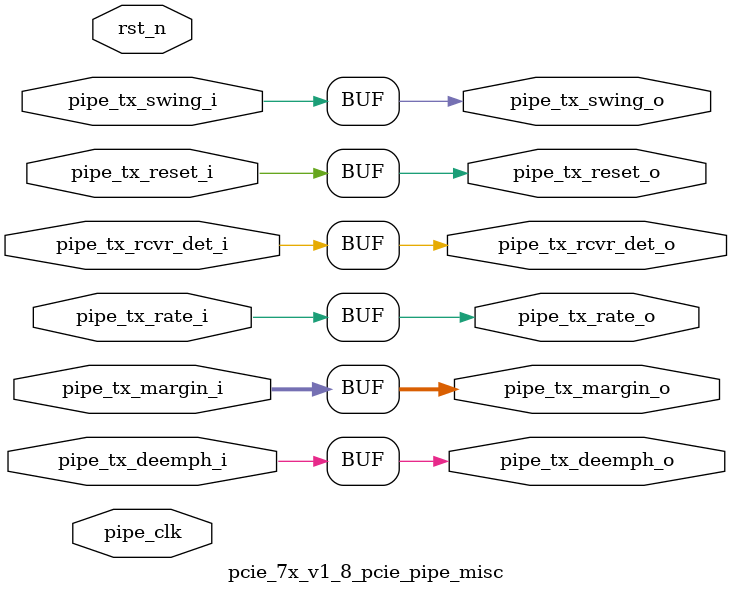
<source format=v>
module pcie_7x_v1_8_pcie_pipe_misc #
(
    parameter        PIPE_PIPELINE_STAGES = 0    
)
(
    input   wire        pipe_tx_rcvr_det_i       ,     
    input   wire        pipe_tx_reset_i          ,     
    input   wire        pipe_tx_rate_i           ,     
    input   wire        pipe_tx_deemph_i         ,     
    input   wire [2:0]  pipe_tx_margin_i         ,     
    input   wire        pipe_tx_swing_i          ,     
    output  wire        pipe_tx_rcvr_det_o       ,     
    output  wire        pipe_tx_reset_o          ,     
    output  wire        pipe_tx_rate_o           ,     
    output  wire        pipe_tx_deemph_o         ,     
    output  wire [2:0]  pipe_tx_margin_o         ,     
    output  wire        pipe_tx_swing_o          ,     
    input   wire        pipe_clk                ,      
    input   wire        rst_n                          
);
    parameter TCQ  = 1;      
    reg                pipe_tx_rcvr_det_q       ;
    reg                pipe_tx_reset_q          ;
    reg                pipe_tx_rate_q           ;
    reg                pipe_tx_deemph_q         ;
    reg [2:0]          pipe_tx_margin_q         ;
    reg                pipe_tx_swing_q          ;
    reg                pipe_tx_rcvr_det_qq      ;
    reg                pipe_tx_reset_qq         ;
    reg                pipe_tx_rate_qq          ;
    reg                pipe_tx_deemph_qq        ;
    reg [2:0]          pipe_tx_margin_qq        ;
    reg                pipe_tx_swing_qq         ;
    generate
    if (PIPE_PIPELINE_STAGES == 0) begin : pipe_stages_0
        assign pipe_tx_rcvr_det_o = pipe_tx_rcvr_det_i;
        assign pipe_tx_reset_o  = pipe_tx_reset_i;
        assign pipe_tx_rate_o = pipe_tx_rate_i;
        assign pipe_tx_deemph_o = pipe_tx_deemph_i;
        assign pipe_tx_margin_o = pipe_tx_margin_i;
        assign pipe_tx_swing_o = pipe_tx_swing_i;
    end 
    else if (PIPE_PIPELINE_STAGES == 1) begin : pipe_stages_1
        always @(posedge pipe_clk) begin
        if (rst_n)
        begin
            pipe_tx_rcvr_det_q <= #TCQ 0;
            pipe_tx_reset_q  <= #TCQ 1'b1;
            pipe_tx_rate_q <= #TCQ 0;
            pipe_tx_deemph_q <= #TCQ 1'b1;
            pipe_tx_margin_q <= #TCQ 0;
            pipe_tx_swing_q <= #TCQ 0;
        end
        else
        begin
            pipe_tx_rcvr_det_q <= #TCQ pipe_tx_rcvr_det_i;
            pipe_tx_reset_q  <= #TCQ pipe_tx_reset_i;
            pipe_tx_rate_q <= #TCQ pipe_tx_rate_i;
            pipe_tx_deemph_q <= #TCQ pipe_tx_deemph_i;
            pipe_tx_margin_q <= #TCQ pipe_tx_margin_i;
            pipe_tx_swing_q <= #TCQ pipe_tx_swing_i;
          end
        end
        assign pipe_tx_rcvr_det_o = pipe_tx_rcvr_det_q;
        assign pipe_tx_reset_o  = pipe_tx_reset_q;
        assign pipe_tx_rate_o = pipe_tx_rate_q;
        assign pipe_tx_deemph_o = pipe_tx_deemph_q;
        assign pipe_tx_margin_o = pipe_tx_margin_q;
        assign pipe_tx_swing_o = pipe_tx_swing_q;
    end 
    else if (PIPE_PIPELINE_STAGES == 2) begin : pipe_stages_2
        always @(posedge pipe_clk) begin
        if (rst_n)
        begin
            pipe_tx_rcvr_det_q <= #TCQ 0;
            pipe_tx_reset_q  <= #TCQ 1'b1;
            pipe_tx_rate_q <= #TCQ 0;
            pipe_tx_deemph_q <= #TCQ 1'b1;
            pipe_tx_margin_q <= #TCQ 0;
            pipe_tx_swing_q <= #TCQ 0;
            pipe_tx_rcvr_det_qq <= #TCQ 0;
            pipe_tx_reset_qq  <= #TCQ 1'b1;
            pipe_tx_rate_qq <= #TCQ 0;
            pipe_tx_deemph_qq <= #TCQ 1'b1;
            pipe_tx_margin_qq <= #TCQ 0;
            pipe_tx_swing_qq <= #TCQ 0;
        end
        else
        begin
            pipe_tx_rcvr_det_q <= #TCQ pipe_tx_rcvr_det_i;
            pipe_tx_reset_q  <= #TCQ pipe_tx_reset_i;
            pipe_tx_rate_q <= #TCQ pipe_tx_rate_i;
            pipe_tx_deemph_q <= #TCQ pipe_tx_deemph_i;
            pipe_tx_margin_q <= #TCQ pipe_tx_margin_i;
            pipe_tx_swing_q <= #TCQ pipe_tx_swing_i;
            pipe_tx_rcvr_det_qq <= #TCQ pipe_tx_rcvr_det_q;
            pipe_tx_reset_qq  <= #TCQ pipe_tx_reset_q;
            pipe_tx_rate_qq <= #TCQ pipe_tx_rate_q;
            pipe_tx_deemph_qq <= #TCQ pipe_tx_deemph_q;
            pipe_tx_margin_qq <= #TCQ pipe_tx_margin_q;
            pipe_tx_swing_qq <= #TCQ pipe_tx_swing_q;
          end
        end
        assign pipe_tx_rcvr_det_o = pipe_tx_rcvr_det_qq;
        assign pipe_tx_reset_o  = pipe_tx_reset_qq;
        assign pipe_tx_rate_o = pipe_tx_rate_qq;
        assign pipe_tx_deemph_o = pipe_tx_deemph_qq;
        assign pipe_tx_margin_o = pipe_tx_margin_qq;
        assign pipe_tx_swing_o = pipe_tx_swing_qq;
    end 
    endgenerate
endmodule
</source>
